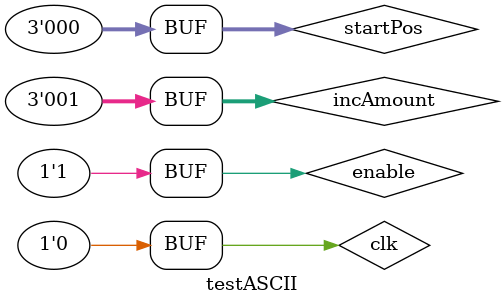
<source format=v>
`timescale 1ns / 1ps
module testASCII;

reg clk;
reg [0:2] startPos = 3'b0;
reg [0:2] incAmount = 3'b1;
reg enable;
wire wrap;
wire [0:7] pass;

ASCIICounter counter(clk, startPos, incAmount, enable, pass, wrap);

initial begin
    clk = 0;
    enable = 0; #5
    enable = 1;
    
    repeat(60)
    begin
        #5 clk = ~clk;
    end
end
endmodule

</source>
